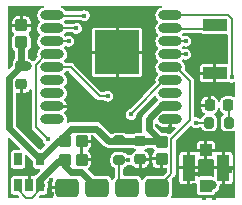
<source format=gbl>
%TF.GenerationSoftware,KiCad,Pcbnew,(5.99.0-6613-ge739d5ba65)*%
%TF.CreationDate,2020-11-19T23:40:31+01:00*%
%TF.ProjectId,min_sx1280,6d696e5f-7378-4313-9238-302e6b696361,rev?*%
%TF.SameCoordinates,PX5f31df8PY89d6220*%
%TF.FileFunction,Copper,L2,Bot*%
%TF.FilePolarity,Positive*%
%FSLAX46Y46*%
G04 Gerber Fmt 4.6, Leading zero omitted, Abs format (unit mm)*
G04 Created by KiCad (PCBNEW (5.99.0-6613-ge739d5ba65)) date 2020-11-19 23:40:31*
%MOMM*%
%LPD*%
G01*
G04 APERTURE LIST*
G04 Aperture macros list*
%AMRoundRect*
0 Rectangle with rounded corners*
0 $1 Rounding radius*
0 $2 $3 $4 $5 $6 $7 $8 $9 X,Y pos of 4 corners*
0 Add a 4 corners polygon primitive as box body*
4,1,4,$2,$3,$4,$5,$6,$7,$8,$9,$2,$3,0*
0 Add four circle primitives for the rounded corners*
1,1,$1+$1,$2,$3,0*
1,1,$1+$1,$4,$5,0*
1,1,$1+$1,$6,$7,0*
1,1,$1+$1,$8,$9,0*
0 Add four rect primitives between the rounded corners*
20,1,$1+$1,$2,$3,$4,$5,0*
20,1,$1+$1,$4,$5,$6,$7,0*
20,1,$1+$1,$6,$7,$8,$9,0*
20,1,$1+$1,$8,$9,$2,$3,0*%
G04 Aperture macros list end*
%TA.AperFunction,SMDPad,CuDef*%
%ADD10RoundRect,0.250000X-0.275000X0.287500X-0.275000X-0.287500X0.275000X-0.287500X0.275000X0.287500X0*%
%TD*%
%TA.AperFunction,SMDPad,CuDef*%
%ADD11RoundRect,0.200000X-0.200000X-0.275000X0.200000X-0.275000X0.200000X0.275000X-0.200000X0.275000X0*%
%TD*%
%TA.AperFunction,SMDPad,CuDef*%
%ADD12RoundRect,0.218750X-0.218750X-0.256250X0.218750X-0.256250X0.218750X0.256250X-0.218750X0.256250X0*%
%TD*%
%TA.AperFunction,SMDPad,CuDef*%
%ADD13RoundRect,0.250000X0.275000X-0.287500X0.275000X0.287500X-0.275000X0.287500X-0.275000X-0.287500X0*%
%TD*%
%TA.AperFunction,SMDPad,CuDef*%
%ADD14R,2.000000X1.000000*%
%TD*%
%TA.AperFunction,SMDPad,CuDef*%
%ADD15RoundRect,0.250000X-0.287500X-0.275000X0.287500X-0.275000X0.287500X0.275000X-0.287500X0.275000X0*%
%TD*%
%TA.AperFunction,SMDPad,CuDef*%
%ADD16RoundRect,0.200000X-0.275000X0.200000X-0.275000X-0.200000X0.275000X-0.200000X0.275000X0.200000X0*%
%TD*%
%TA.AperFunction,SMDPad,CuDef*%
%ADD17RoundRect,0.225000X-0.250000X0.225000X-0.250000X-0.225000X0.250000X-0.225000X0.250000X0.225000X0*%
%TD*%
%TA.AperFunction,SMDPad,CuDef*%
%ADD18RoundRect,0.300228X-0.699772X-0.461772X0.699772X-0.461772X0.699772X0.461772X-0.699772X0.461772X0*%
%TD*%
%TA.AperFunction,SMDPad,CuDef*%
%ADD19R,0.650000X1.060000*%
%TD*%
%TA.AperFunction,SMDPad,CuDef*%
%ADD20O,2.000000X0.800000*%
%TD*%
%TA.AperFunction,SMDPad,CuDef*%
%ADD21R,3.700000X3.700000*%
%TD*%
%TA.AperFunction,SMDPad,CuDef*%
%ADD22R,1.000000X1.050000*%
%TD*%
%TA.AperFunction,SMDPad,CuDef*%
%ADD23R,1.050000X2.200000*%
%TD*%
%TA.AperFunction,ViaPad*%
%ADD24C,0.400000*%
%TD*%
%TA.AperFunction,ViaPad*%
%ADD25C,0.800000*%
%TD*%
%TA.AperFunction,Conductor*%
%ADD26C,0.400000*%
%TD*%
%TA.AperFunction,Conductor*%
%ADD27C,0.600000*%
%TD*%
%TA.AperFunction,Conductor*%
%ADD28C,0.200000*%
%TD*%
G04 APERTURE END LIST*
D10*
%TO.P,C5,1*%
%TO.N,+3V3*%
X13306000Y4969500D03*
%TO.P,C5,2*%
%TO.N,GND*%
X13306000Y3544500D03*
%TD*%
D11*
%TO.P,R4,1*%
%TO.N,/IO16*%
X17331000Y6607000D03*
%TO.P,R4,2*%
%TO.N,Net-(D1-Pad2)*%
X18981000Y6607000D03*
%TD*%
D12*
%TO.P,D1,1,K*%
%TO.N,GND*%
X17368500Y8107000D03*
%TO.P,D1,2,A*%
%TO.N,Net-(D1-Pad2)*%
X18943500Y8107000D03*
%TD*%
D13*
%TO.P,C6,1*%
%TO.N,+3V3*%
X1431000Y13419500D03*
%TO.P,C6,2*%
%TO.N,GND*%
X1431000Y14844500D03*
%TD*%
D14*
%TO.P,SW1,1,A*%
%TO.N,/BOOT*%
X17806000Y14907000D03*
%TO.P,SW1,2,B*%
%TO.N,GND*%
X17806000Y10807000D03*
%TD*%
D15*
%TO.P,C1,1*%
%TO.N,+5V*%
X5093500Y3457000D03*
%TO.P,C1,2*%
%TO.N,GND*%
X6518500Y3457000D03*
%TD*%
%TO.P,C2,1*%
%TO.N,+3V3*%
X5093500Y5032000D03*
%TO.P,C2,2*%
%TO.N,GND*%
X6518500Y5032000D03*
%TD*%
D16*
%TO.P,R3,1*%
%TO.N,+3V3*%
X9706000Y5107000D03*
%TO.P,R3,2*%
%TO.N,/TX*%
X9706000Y3457000D03*
%TD*%
D17*
%TO.P,C3,1*%
%TO.N,+3V3*%
X11481000Y5057000D03*
%TO.P,C3,2*%
%TO.N,GND*%
X11481000Y3507000D03*
%TD*%
D18*
%TO.P,J1,1,Pin_1*%
%TO.N,/RX*%
X12921000Y1107000D03*
%TO.P,J1,2,Pin_2*%
%TO.N,/TX*%
X10381000Y1107000D03*
%TO.P,J1,3,Pin_3*%
%TO.N,+5V*%
X7841000Y1107000D03*
%TO.P,J1,4,Pin_4*%
%TO.N,GND*%
X5301000Y1107000D03*
%TD*%
D19*
%TO.P,U1,1,IN*%
%TO.N,+5V*%
X3031000Y1307000D03*
%TO.P,U1,2,GND*%
%TO.N,GND*%
X2081000Y1307000D03*
%TO.P,U1,3,EN*%
%TO.N,+5V*%
X1131000Y1307000D03*
%TO.P,U1,4*%
%TO.N,N/C*%
X1131000Y3507000D03*
%TO.P,U1,5,OUT*%
%TO.N,+3V3*%
X3031000Y3507000D03*
%TD*%
D17*
%TO.P,C4,1*%
%TO.N,+3V3*%
X1431000Y11407000D03*
%TO.P,C4,2*%
%TO.N,GND*%
X1431000Y9857000D03*
%TD*%
D20*
%TO.P,U2,1,ANT*%
%TO.N,Net-(U2-Pad1)*%
X4031000Y6907000D03*
%TO.P,U2,2,GND*%
%TO.N,GND*%
X4031000Y8007000D03*
%TO.P,U2,3,ADC*%
%TO.N,Net-(U2-Pad3)*%
X4031000Y9107000D03*
%TO.P,U2,4,EN*%
%TO.N,/EN*%
X4031000Y10207000D03*
%TO.P,U2,5,IO16*%
%TO.N,/IO16*%
X4031000Y11307000D03*
%TO.P,U2,6,IO14*%
%TO.N,/SCK*%
X4031000Y12407000D03*
%TO.P,U2,7,IO12*%
%TO.N,/MISO*%
X4031000Y13507000D03*
%TO.P,U2,8,IO13*%
%TO.N,/MOSI*%
X4031000Y14607000D03*
%TO.P,U2,9,IO15*%
%TO.N,/NSS*%
X4031000Y15707000D03*
%TO.P,U2,10,IO2*%
%TO.N,/NRESET*%
X14031000Y15707000D03*
%TO.P,U2,11,IO0*%
%TO.N,/BOOT*%
X14031000Y14607000D03*
%TO.P,U2,12,IO4*%
%TO.N,/DIO1*%
X14031000Y13507000D03*
%TO.P,U2,13,IO5*%
%TO.N,/BUSY*%
X14031000Y12407000D03*
%TO.P,U2,14,RX*%
%TO.N,/RX*%
X14031000Y11307000D03*
%TO.P,U2,15,TX*%
%TO.N,/TX*%
X14031000Y10207000D03*
%TO.P,U2,16,RST*%
%TO.N,/RST*%
X14031000Y9107000D03*
%TO.P,U2,17,3V3*%
%TO.N,+3V3*%
X14031000Y8007000D03*
%TO.P,U2,18,GND*%
%TO.N,GND*%
X14031000Y6907000D03*
D21*
%TO.P,U2,19,GND*%
X9531000Y12557000D03*
%TD*%
D22*
%TO.P,AE2,1,A*%
%TO.N,Net-(AE2-Pad1)*%
X17056000Y1282000D03*
D23*
%TO.P,AE2,2,Shield*%
%TO.N,GND*%
X15581000Y2782000D03*
X18531000Y2782000D03*
D22*
X17056000Y4282000D03*
%TD*%
D24*
%TO.N,GND*%
X3956000Y1732000D03*
X17031000Y2407000D03*
X7981000Y15507000D03*
X18181000Y2507000D03*
X16006000Y1357000D03*
X892000Y2407000D03*
X18631000Y12357000D03*
X7831000Y4207000D03*
X16856000Y257000D03*
X765000Y16182000D03*
X14031000Y6207000D03*
X16306000Y2232000D03*
X19106000Y2482000D03*
X1481000Y8532000D03*
X19307000Y982000D03*
X17706000Y257000D03*
X16206000Y9682000D03*
X16006000Y457000D03*
X12331000Y2457000D03*
X10456000Y15532000D03*
X4006000Y532000D03*
X18799000Y387000D03*
D25*
%TO.N,Net-(AE2-Pad1)*%
X17541625Y1302057D03*
%TO.N,+3V3*%
X1906000Y11382000D03*
D24*
%TO.N,/TX*%
X10706000Y7307000D03*
X10431000Y3457000D03*
%TO.N,/IO16*%
X16181000Y6607000D03*
X8756000Y8857000D03*
%TO.N,/BUSY*%
X15331000Y12407000D03*
%TO.N,/DIO1*%
X15356000Y13507000D03*
%TO.N,/NRESET*%
X19256000Y10457000D03*
%TO.N,/NSS*%
X6756000Y15682000D03*
%TO.N,/MOSI*%
X6081000Y14607000D03*
%TO.N,/MISO*%
X5456000Y13507000D03*
%TO.N,/SCK*%
X3681000Y5207000D03*
%TD*%
D26*
%TO.N,Net-(AE2-Pad1)*%
X17076057Y1302057D02*
X17056000Y1282000D01*
X17541625Y1302057D02*
X17076057Y1302057D01*
D27*
%TO.N,+5V*%
X3031000Y1807000D02*
X3031000Y1307000D01*
D28*
X3031000Y1307000D02*
X3031000Y977720D01*
D27*
X6516010Y2431990D02*
X5593510Y2431990D01*
X3031000Y1307000D02*
X3118500Y1307000D01*
D28*
X3031000Y977720D02*
X2310280Y257000D01*
X1131000Y977720D02*
X1131000Y1307000D01*
D27*
X5593510Y2431990D02*
X5093500Y2932000D01*
D28*
X2310280Y257000D02*
X1851720Y257000D01*
X1851720Y257000D02*
X1131000Y977720D01*
D27*
X5093500Y3457000D02*
X5068500Y3432000D01*
X7841000Y1107000D02*
X6516010Y2431990D01*
X5068500Y3432000D02*
X4656000Y3432000D01*
X4656000Y3432000D02*
X3031000Y1807000D01*
%TO.N,+3V3*%
X1431000Y11407000D02*
X1431000Y13419500D01*
X406000Y10382000D02*
X406000Y8432000D01*
X5093500Y5032000D02*
X5093500Y5557000D01*
X4556000Y5032000D02*
X5093500Y5032000D01*
X12206000Y6954806D02*
X13258194Y8007000D01*
X3031000Y3507000D02*
X4556000Y5032000D01*
X11481000Y5057000D02*
X13218500Y5057000D01*
X1881000Y11407000D02*
X1906000Y11382000D01*
X5643500Y6107000D02*
X7781000Y6107000D01*
X5093500Y5557000D02*
X5643500Y6107000D01*
X12206000Y6069500D02*
X12206000Y6954806D01*
X7781000Y6107000D02*
X8831000Y5057000D01*
X406000Y6132000D02*
X406000Y8432000D01*
X13258194Y8007000D02*
X14031000Y8007000D01*
X13306000Y4969500D02*
X12206000Y6069500D01*
X1431000Y11407000D02*
X1881000Y11407000D01*
X13218500Y5057000D02*
X13306000Y4969500D01*
X8831000Y5057000D02*
X11481000Y5057000D01*
X1431000Y11407000D02*
X406000Y10382000D01*
X3031000Y3507000D02*
X406000Y6132000D01*
D28*
%TO.N,Net-(D1-Pad2)*%
X18981000Y6607000D02*
X18981000Y8069500D01*
X18981000Y8069500D02*
X18943500Y8107000D01*
%TO.N,/TX*%
X9706000Y3457000D02*
X9706000Y1782000D01*
X13541037Y10207000D02*
X10841037Y7507000D01*
X14031000Y10207000D02*
X13541037Y10207000D01*
X9706000Y1782000D02*
X10381000Y1107000D01*
X10706000Y7371963D02*
X10706000Y7307000D01*
X10841037Y7507000D02*
X10706000Y7371963D01*
X10431000Y3457000D02*
X9706000Y3457000D01*
%TO.N,/RX*%
X14131010Y2317010D02*
X14131010Y5257010D01*
X14520963Y11307000D02*
X14031000Y11307000D01*
X15681000Y10146963D02*
X14520963Y11307000D01*
X14131010Y5257010D02*
X15681000Y6807000D01*
X15681000Y6807000D02*
X15681000Y10146963D01*
X14031000Y2217000D02*
X14131010Y2317010D01*
X12921000Y1107000D02*
X14031000Y2217000D01*
%TO.N,/IO16*%
X5606000Y11307000D02*
X8056000Y8857000D01*
X4031000Y11307000D02*
X5606000Y11307000D01*
X16181000Y6607000D02*
X17331000Y6607000D01*
X8056000Y8857000D02*
X8756000Y8857000D01*
%TO.N,/BOOT*%
X14081000Y14557000D02*
X17806000Y14557000D01*
X14031000Y14607000D02*
X14081000Y14557000D01*
%TO.N,/BUSY*%
X14031000Y12407000D02*
X15331000Y12407000D01*
%TO.N,/DIO1*%
X14031000Y13507000D02*
X15356000Y13507000D01*
%TO.N,/NRESET*%
X18231000Y15707000D02*
X18931000Y15707000D01*
X19256000Y15382000D02*
X19256000Y10457000D01*
X14031000Y15707000D02*
X18231000Y15707000D01*
X18931000Y15707000D02*
X19256000Y15382000D01*
%TO.N,/NSS*%
X4056000Y15682000D02*
X4031000Y15707000D01*
X6756000Y15682000D02*
X4056000Y15682000D01*
%TO.N,/MOSI*%
X6081000Y14607000D02*
X4031000Y14607000D01*
%TO.N,/MISO*%
X5456000Y13507000D02*
X4031000Y13507000D01*
%TO.N,/SCK*%
X3541037Y12407000D02*
X4031000Y12407000D01*
X2656000Y6232000D02*
X2656000Y11521963D01*
X2656000Y11521963D02*
X3541037Y12407000D01*
X3681000Y5207000D02*
X2656000Y6232000D01*
%TD*%
%TA.AperFunction,Conductor*%
%TO.N,GND*%
G36*
X18205460Y7858845D02*
G01*
X18256296Y7785836D01*
X18266203Y7716661D01*
X18322268Y7593352D01*
X18410689Y7490735D01*
X18416609Y7486898D01*
X18516570Y7422106D01*
X18555117Y7374590D01*
X18558372Y7313491D01*
X18522182Y7262519D01*
X18523004Y7261630D01*
X18422782Y7168986D01*
X18395096Y7121321D01*
X18362432Y7065084D01*
X18354233Y7050969D01*
X18352563Y7043763D01*
X18352562Y7043760D01*
X18328583Y6940307D01*
X18323415Y6918013D01*
X18323232Y6913346D01*
X18322144Y6885655D01*
X18322000Y6882000D01*
X18322000Y6332000D01*
X18333877Y6253000D01*
X18340332Y6210068D01*
X18342291Y6197035D01*
X18345492Y6190368D01*
X18345493Y6190366D01*
X18381418Y6115553D01*
X18401370Y6074004D01*
X18494014Y5973782D01*
X18529950Y5952909D01*
X18598928Y5912844D01*
X18612031Y5905233D01*
X18619240Y5903562D01*
X18663552Y5893291D01*
X18744987Y5874415D01*
X18762879Y5873712D01*
X18780046Y5873037D01*
X18780070Y5873037D01*
X18781000Y5873000D01*
X19181000Y5873000D01*
X19267928Y5886069D01*
X19308650Y5892191D01*
X19308652Y5892191D01*
X19315965Y5893291D01*
X19322632Y5896492D01*
X19322634Y5896493D01*
X19410145Y5938516D01*
X19470786Y5946661D01*
X19524633Y5917607D01*
X19552000Y5849272D01*
X19552000Y335446D01*
X19533093Y277255D01*
X19483593Y241291D01*
X19452876Y236446D01*
X17568149Y238826D01*
X14203879Y243074D01*
X14145712Y262055D01*
X14109811Y311600D01*
X14116083Y385747D01*
X14116362Y386140D01*
X14157904Y501527D01*
X14165758Y523341D01*
X14165758Y523343D01*
X14167780Y528958D01*
X14168501Y535813D01*
X14173351Y581969D01*
X14180000Y645228D01*
X14180000Y1568772D01*
X14174788Y1606819D01*
X14160315Y1712473D01*
X14160315Y1712474D01*
X14159399Y1719159D01*
X14156718Y1725355D01*
X14148394Y1744592D01*
X14142637Y1805505D01*
X14169249Y1853912D01*
X14221122Y1905784D01*
X14347145Y2031807D01*
X14363438Y2044967D01*
X14372957Y2051113D01*
X14393574Y2077265D01*
X14397398Y2081568D01*
X14397390Y2081575D01*
X14400037Y2084699D01*
X14402920Y2087582D01*
X14405290Y2090899D01*
X14405297Y2090907D01*
X14413321Y2102136D01*
X14416122Y2105867D01*
X14440977Y2137395D01*
X14440977Y2137396D01*
X14446042Y2143820D01*
X14448605Y2151117D01*
X14449355Y2152561D01*
X14453850Y2158852D01*
X14467699Y2205158D01*
X14469138Y2209585D01*
X14483094Y2249324D01*
X14483095Y2249330D01*
X14485157Y2255201D01*
X14485510Y2259277D01*
X14485510Y2261417D01*
X14485602Y2263550D01*
X14485777Y2263542D01*
X14485941Y2266155D01*
X14487675Y2271952D01*
X14485586Y2325116D01*
X14485510Y2329003D01*
X14485510Y2646758D01*
X14797000Y2646758D01*
X14797000Y1686858D01*
X14797948Y1677236D01*
X14814813Y1592447D01*
X14822132Y1574778D01*
X14867440Y1506969D01*
X14880969Y1493440D01*
X14948778Y1448132D01*
X14966447Y1440813D01*
X15051236Y1423948D01*
X15060858Y1423000D01*
X15438320Y1423000D01*
X15442598Y1424390D01*
X15449879Y1438680D01*
X15707999Y1438680D01*
X15712121Y1425995D01*
X15716242Y1423000D01*
X16101142Y1423000D01*
X16110764Y1423948D01*
X16178686Y1437458D01*
X16239447Y1430266D01*
X16284377Y1388733D01*
X16297000Y1340360D01*
X16297000Y757000D01*
X16316715Y657885D01*
X16345252Y615177D01*
X16359496Y593859D01*
X16372859Y573859D01*
X16456885Y517715D01*
X16556000Y498000D01*
X17556000Y498000D01*
X17655115Y517715D01*
X17739141Y573859D01*
X17748884Y588440D01*
X17789869Y649779D01*
X17789869Y649780D01*
X17795285Y657885D01*
X17797187Y667447D01*
X17798864Y671495D01*
X17848175Y723187D01*
X17889369Y742572D01*
X17895003Y745223D01*
X17933415Y777000D01*
X18017583Y846629D01*
X18017585Y846632D01*
X18022380Y850598D01*
X18119549Y984340D01*
X18180406Y1138046D01*
X18201125Y1302057D01*
X18199921Y1311592D01*
X18200344Y1313812D01*
X18200344Y1314464D01*
X18200468Y1314464D01*
X18211383Y1371691D01*
X18255984Y1413576D01*
X18298139Y1423000D01*
X18388320Y1423000D01*
X18392598Y1424390D01*
X18399879Y1438680D01*
X18657999Y1438680D01*
X18662121Y1425995D01*
X18666242Y1423000D01*
X19051142Y1423000D01*
X19060764Y1423948D01*
X19145553Y1440813D01*
X19163222Y1448132D01*
X19231031Y1493440D01*
X19244560Y1506969D01*
X19289868Y1574778D01*
X19297187Y1592447D01*
X19314052Y1677236D01*
X19315000Y1686858D01*
X19315000Y2639320D01*
X19313610Y2643598D01*
X19291232Y2655000D01*
X18673680Y2655001D01*
X18660995Y2650879D01*
X18658000Y2646758D01*
X18657999Y1438680D01*
X18399879Y1438680D01*
X18404000Y1446768D01*
X18404001Y2639320D01*
X18402611Y2643598D01*
X18380233Y2655000D01*
X17762680Y2655001D01*
X17749995Y2650879D01*
X17747000Y2646758D01*
X17747000Y2148640D01*
X17728093Y2090449D01*
X17678593Y2054485D01*
X17628686Y2051542D01*
X17556000Y2066000D01*
X16556000Y2066000D01*
X16483314Y2051542D01*
X16422553Y2058734D01*
X16377623Y2100267D01*
X16365000Y2148640D01*
X16365000Y2639320D01*
X16363610Y2643598D01*
X16341232Y2655000D01*
X15723680Y2655001D01*
X15710995Y2650879D01*
X15708000Y2646758D01*
X15707999Y1438680D01*
X15449879Y1438680D01*
X15454000Y1446768D01*
X15454001Y2639320D01*
X15452611Y2643598D01*
X15430233Y2655000D01*
X14812680Y2655001D01*
X14799995Y2650879D01*
X14797000Y2646758D01*
X14485510Y2646758D01*
X14485510Y3877142D01*
X14797000Y3877142D01*
X14797000Y2924680D01*
X14798390Y2920402D01*
X14820768Y2909000D01*
X15438320Y2908999D01*
X15451005Y2913121D01*
X15454000Y2917242D01*
X15454000Y2924680D01*
X15707999Y2924680D01*
X15709389Y2920402D01*
X15731767Y2909000D01*
X16349320Y2908999D01*
X16362005Y2913121D01*
X16365000Y2917242D01*
X16365000Y3415360D01*
X16383907Y3473551D01*
X16433407Y3509515D01*
X16483314Y3512458D01*
X16551236Y3498948D01*
X16560858Y3498000D01*
X16913320Y3498000D01*
X16917598Y3499390D01*
X16924879Y3513680D01*
X17182999Y3513680D01*
X17187121Y3500995D01*
X17191242Y3498000D01*
X17551142Y3498000D01*
X17560764Y3498948D01*
X17628686Y3512458D01*
X17689447Y3505266D01*
X17734377Y3463733D01*
X17747000Y3415360D01*
X17747000Y2924680D01*
X17748390Y2920402D01*
X17770768Y2909000D01*
X18388320Y2908999D01*
X18401005Y2913121D01*
X18404000Y2917242D01*
X18404000Y2924680D01*
X18657999Y2924680D01*
X18659389Y2920402D01*
X18681767Y2909000D01*
X19299320Y2908999D01*
X19312005Y2913121D01*
X19315000Y2917242D01*
X19315000Y3877142D01*
X19314052Y3886764D01*
X19297187Y3971553D01*
X19289868Y3989222D01*
X19244560Y4057031D01*
X19231031Y4070560D01*
X19163222Y4115868D01*
X19145553Y4123187D01*
X19060764Y4140052D01*
X19051142Y4141000D01*
X18673680Y4141000D01*
X18669402Y4139610D01*
X18658000Y4117232D01*
X18657999Y2924680D01*
X18404000Y2924680D01*
X18404001Y4125320D01*
X18399879Y4138005D01*
X18395758Y4141000D01*
X18010858Y4141000D01*
X18001236Y4140052D01*
X17906885Y4121285D01*
X17905742Y4127031D01*
X17841154Y4129563D01*
X17791231Y4155000D01*
X17198680Y4155001D01*
X17185995Y4150879D01*
X17183000Y4146758D01*
X17182999Y3513680D01*
X16924879Y3513680D01*
X16929000Y3521768D01*
X16929001Y4139320D01*
X16927611Y4143598D01*
X16905233Y4155000D01*
X16312680Y4155001D01*
X16289884Y4147594D01*
X16256744Y4123516D01*
X16205956Y4125513D01*
X16205115Y4121285D01*
X16110764Y4140052D01*
X16101142Y4141000D01*
X15723680Y4141000D01*
X15719402Y4139610D01*
X15708000Y4117232D01*
X15707999Y2924680D01*
X15454000Y2924680D01*
X15454001Y4125320D01*
X15449879Y4138005D01*
X15445758Y4141000D01*
X15060858Y4141000D01*
X15051236Y4140052D01*
X14966447Y4123187D01*
X14948778Y4115868D01*
X14880969Y4070560D01*
X14867440Y4057031D01*
X14822132Y3989222D01*
X14814813Y3971553D01*
X14797948Y3886764D01*
X14797000Y3877142D01*
X14485510Y3877142D01*
X14485510Y4802142D01*
X16297000Y4802142D01*
X16297000Y4424680D01*
X16298390Y4420402D01*
X16320768Y4409000D01*
X16913320Y4408999D01*
X16926005Y4413121D01*
X16929000Y4417242D01*
X16929000Y4424680D01*
X17182999Y4424680D01*
X17184389Y4420402D01*
X17206767Y4409000D01*
X17799320Y4408999D01*
X17812005Y4413121D01*
X17815000Y4417242D01*
X17815000Y4802142D01*
X17814052Y4811764D01*
X17797187Y4896553D01*
X17789868Y4914222D01*
X17744560Y4982031D01*
X17731031Y4995560D01*
X17663222Y5040868D01*
X17645553Y5048187D01*
X17560764Y5065052D01*
X17551142Y5066000D01*
X17198680Y5066000D01*
X17194402Y5064610D01*
X17183000Y5042232D01*
X17182999Y4424680D01*
X16929000Y4424680D01*
X16929001Y5050320D01*
X16924879Y5063005D01*
X16920758Y5066000D01*
X16560858Y5066000D01*
X16551236Y5065052D01*
X16466447Y5048187D01*
X16448778Y5040868D01*
X16380969Y4995560D01*
X16367440Y4982031D01*
X16322132Y4914222D01*
X16314813Y4896553D01*
X16297948Y4811764D01*
X16297000Y4802142D01*
X14485510Y4802142D01*
X14485510Y5069165D01*
X14514506Y5139169D01*
X15688529Y6313191D01*
X15743046Y6340968D01*
X15803478Y6331397D01*
X15830161Y6307660D01*
X15832048Y6309377D01*
X15837031Y6303901D01*
X15841140Y6297751D01*
X15947095Y6211489D01*
X16073732Y6160196D01*
X16081104Y6159558D01*
X16081106Y6159557D01*
X16135228Y6154870D01*
X16209852Y6148407D01*
X16217083Y6149964D01*
X16217086Y6149964D01*
X16336187Y6175605D01*
X16336189Y6175606D01*
X16343422Y6177163D01*
X16455404Y6239877D01*
X16503779Y6252500D01*
X16603374Y6252500D01*
X16661565Y6233593D01*
X16692618Y6196354D01*
X16729790Y6118945D01*
X16751370Y6074004D01*
X16844014Y5973782D01*
X16879950Y5952909D01*
X16948928Y5912844D01*
X16962031Y5905233D01*
X16969240Y5903562D01*
X17013552Y5893291D01*
X17094987Y5874415D01*
X17112879Y5873712D01*
X17130046Y5873037D01*
X17130070Y5873037D01*
X17131000Y5873000D01*
X17531000Y5873000D01*
X17617928Y5886069D01*
X17658650Y5892191D01*
X17658652Y5892191D01*
X17665965Y5893291D01*
X17672632Y5896492D01*
X17672634Y5896493D01*
X17782328Y5949168D01*
X17788996Y5952370D01*
X17889218Y6045014D01*
X17938050Y6129086D01*
X17954051Y6156633D01*
X17954051Y6156634D01*
X17957767Y6163031D01*
X17975579Y6239877D01*
X17987530Y6291435D01*
X17987530Y6291436D01*
X17988585Y6295987D01*
X17989288Y6313879D01*
X17989963Y6331046D01*
X17989963Y6331070D01*
X17990000Y6332000D01*
X17990000Y6882000D01*
X17969709Y7016965D01*
X17965998Y7024695D01*
X17913832Y7133328D01*
X17910630Y7139996D01*
X17817986Y7240218D01*
X17794639Y7253779D01*
X17753817Y7299356D01*
X17747581Y7360223D01*
X17803387Y7429508D01*
X17838224Y7445347D01*
X17849994Y7452875D01*
X17941921Y7532084D01*
X17951102Y7542609D01*
X18017103Y7644436D01*
X18022962Y7657116D01*
X18058215Y7774994D01*
X18060938Y7789758D01*
X18090087Y7843554D01*
X18145289Y7869943D01*
X18205460Y7858845D01*
G37*
%TD.AperFunction*%
%TA.AperFunction,Conductor*%
G36*
X4060620Y1955696D02*
G01*
X4103885Y1912431D01*
X4113456Y1851999D01*
X4105491Y1827913D01*
X4105638Y1827860D01*
X4103619Y1822253D01*
X4103411Y1821623D01*
X4103352Y1821509D01*
X4056242Y1690659D01*
X4053596Y1679106D01*
X4042270Y1571337D01*
X4042000Y1566191D01*
X4042000Y1249680D01*
X4043390Y1245402D01*
X4065768Y1234000D01*
X5329000Y1234000D01*
X5387191Y1215093D01*
X5428000Y1135000D01*
X5428000Y1079000D01*
X5409093Y1020809D01*
X5329000Y980000D01*
X4057680Y980000D01*
X4053402Y978610D01*
X4042000Y956232D01*
X4042000Y648603D01*
X4042458Y641884D01*
X4061685Y501527D01*
X4065281Y488648D01*
X4106128Y394255D01*
X4111886Y333341D01*
X4080740Y280677D01*
X4015145Y255938D01*
X3050655Y257156D01*
X2992488Y276137D01*
X2956587Y325682D01*
X2956664Y386868D01*
X2980776Y426158D01*
X3043622Y489004D01*
X3113625Y518000D01*
X3356000Y518000D01*
X3455115Y537715D01*
X3539141Y593859D01*
X3595285Y677885D01*
X3615000Y777000D01*
X3615000Y1032366D01*
X3620853Y1065901D01*
X3661931Y1180000D01*
X3665774Y1190673D01*
X3667568Y1215093D01*
X3676402Y1335398D01*
X3676402Y1335401D01*
X3676896Y1342131D01*
X3646879Y1491001D01*
X3629680Y1524756D01*
X3620109Y1585188D01*
X3647886Y1639705D01*
X3945671Y1937490D01*
X4000188Y1965267D01*
X4060620Y1955696D01*
G37*
%TD.AperFunction*%
%TA.AperFunction,Conductor*%
G36*
X429004Y5324815D02*
G01*
X1288814Y4465004D01*
X1316591Y4410487D01*
X1307020Y4350055D01*
X1263755Y4306790D01*
X1218810Y4296000D01*
X806000Y4296000D01*
X706885Y4276285D01*
X622859Y4220141D01*
X566715Y4136115D01*
X547000Y4037000D01*
X547000Y2977000D01*
X566715Y2877885D01*
X622859Y2793859D01*
X706885Y2737715D01*
X806000Y2718000D01*
X1456000Y2718000D01*
X1555115Y2737715D01*
X1639141Y2793859D01*
X1695285Y2877885D01*
X1715000Y2977000D01*
X1715000Y3799811D01*
X1733907Y3858002D01*
X1783407Y3893966D01*
X1844593Y3893966D01*
X1884003Y3869815D01*
X2418004Y3335814D01*
X2447000Y3265810D01*
X2447000Y2977000D01*
X2466715Y2877885D01*
X2522859Y2793859D01*
X2606885Y2737715D01*
X2706000Y2718000D01*
X2918811Y2718000D01*
X2977002Y2699093D01*
X3012966Y2649593D01*
X3012966Y2588407D01*
X2988815Y2548996D01*
X2645610Y2205791D01*
X2642617Y2202921D01*
X2599898Y2163639D01*
X2577433Y2127406D01*
X2530702Y2087915D01*
X2473981Y2082478D01*
X2410764Y2095052D01*
X2401142Y2096000D01*
X2223680Y2096000D01*
X2219402Y2094610D01*
X2208000Y2072232D01*
X2207999Y1279000D01*
X2189092Y1220809D01*
X2139592Y1184845D01*
X2108997Y1180000D01*
X2052998Y1180001D01*
X1994808Y1198909D01*
X1954000Y1279001D01*
X1954001Y2080320D01*
X1949879Y2093005D01*
X1945758Y2096000D01*
X1760858Y2096000D01*
X1751236Y2095052D01*
X1666445Y2078187D01*
X1643885Y2068842D01*
X1568115Y2068842D01*
X1563219Y2070870D01*
X1555115Y2076285D01*
X1545557Y2078186D01*
X1545555Y2078187D01*
X1501799Y2086890D01*
X1456000Y2096000D01*
X806000Y2096000D01*
X706885Y2076285D01*
X698778Y2070868D01*
X640319Y2031807D01*
X622859Y2020141D01*
X566715Y1936115D01*
X547000Y1837000D01*
X547000Y777000D01*
X566715Y677885D01*
X622859Y593859D01*
X706885Y537715D01*
X806000Y518000D01*
X1048376Y518000D01*
X1118380Y489003D01*
X1178772Y428610D01*
X1206549Y374093D01*
X1196977Y313661D01*
X1153712Y270397D01*
X1108644Y259607D01*
X358875Y260554D01*
X300708Y279535D01*
X260000Y359554D01*
X260000Y5254811D01*
X278907Y5313002D01*
X328407Y5348966D01*
X389593Y5348966D01*
X429004Y5324815D01*
G37*
%TD.AperFunction*%
%TA.AperFunction,Conductor*%
G36*
X12553570Y4483593D02*
G01*
X12585500Y4444478D01*
X12602192Y4407767D01*
X12653690Y4348000D01*
X12676104Y4321987D01*
X12699765Y4265561D01*
X12665729Y4182366D01*
X12652782Y4171210D01*
X12643600Y4160684D01*
X12572780Y4051422D01*
X12566921Y4038742D01*
X12529127Y3912368D01*
X12527195Y3901894D01*
X12522136Y3833823D01*
X12522000Y3830167D01*
X12522000Y3687180D01*
X12523390Y3682902D01*
X12545768Y3671500D01*
X13178999Y3671499D01*
X13179005Y3671500D01*
X13334001Y3671499D01*
X13392191Y3652591D01*
X13433000Y3572499D01*
X13432999Y2763680D01*
X13437121Y2750995D01*
X13441242Y2748000D01*
X13577472Y2748000D01*
X13584494Y2748500D01*
X13663476Y2759811D01*
X13723759Y2749344D01*
X13766377Y2705442D01*
X13776510Y2661811D01*
X13776510Y2504856D01*
X13747514Y2434852D01*
X13469658Y2156996D01*
X13399654Y2128000D01*
X12221228Y2128000D01*
X12217885Y2127542D01*
X12217884Y2127542D01*
X12077527Y2108315D01*
X12077526Y2108315D01*
X12070841Y2107399D01*
X11931533Y2047116D01*
X11813568Y1951590D01*
X11809660Y1946091D01*
X11732149Y1837022D01*
X11683028Y1800542D01*
X11621846Y1799901D01*
X11568161Y1848239D01*
X11565292Y1846502D01*
X11561795Y1852277D01*
X11559116Y1858467D01*
X11463590Y1976432D01*
X11451560Y1984981D01*
X11345358Y2060455D01*
X11345357Y2060456D01*
X11339860Y2064362D01*
X11333515Y2066646D01*
X11333512Y2066648D01*
X11202659Y2113758D01*
X11202657Y2113758D01*
X11197042Y2115780D01*
X11191107Y2116404D01*
X11191106Y2116404D01*
X11166262Y2119015D01*
X11080772Y2128000D01*
X10159500Y2128000D01*
X10101309Y2146907D01*
X10060500Y2227000D01*
X10060500Y2729374D01*
X10079407Y2787565D01*
X10116645Y2818618D01*
X10232327Y2874168D01*
X10238995Y2877370D01*
X10339217Y2970014D01*
X10340009Y2969157D01*
X10385054Y2998744D01*
X10419716Y3001883D01*
X10432237Y3000799D01*
X10459852Y2998407D01*
X10467083Y2999964D01*
X10467086Y2999964D01*
X10586187Y3025605D01*
X10586189Y3025606D01*
X10593422Y3027163D01*
X10680526Y3075944D01*
X10740534Y3087881D01*
X10796100Y3062266D01*
X10819020Y3030546D01*
X10820333Y3027659D01*
X10827860Y3015890D01*
X10908225Y2922620D01*
X10918749Y2913439D01*
X11022063Y2846475D01*
X11034747Y2840615D01*
X11154327Y2804852D01*
X11164801Y2802920D01*
X11229177Y2798136D01*
X11232832Y2798000D01*
X11338320Y2798000D01*
X11342598Y2799390D01*
X11349879Y2813680D01*
X11607999Y2813680D01*
X11612121Y2800995D01*
X11616242Y2798000D01*
X11727472Y2798000D01*
X11734492Y2798500D01*
X11859858Y2816454D01*
X11873264Y2820374D01*
X11985340Y2871332D01*
X11997110Y2878860D01*
X12090380Y2959225D01*
X12099561Y2969749D01*
X12166527Y3073067D01*
X12172384Y3085742D01*
X12208147Y3205322D01*
X12210081Y3215808D01*
X12214864Y3280174D01*
X12215000Y3283834D01*
X12215000Y3364320D01*
X12213610Y3368598D01*
X12191232Y3380000D01*
X11623680Y3380001D01*
X11619402Y3378611D01*
X11608000Y3356233D01*
X11607999Y2813680D01*
X11349879Y2813680D01*
X11354000Y2821768D01*
X11354001Y3380001D01*
X11354000Y3380005D01*
X11354000Y3409258D01*
X12522000Y3409258D01*
X12522000Y3260528D01*
X12522500Y3253509D01*
X12541459Y3121126D01*
X12545379Y3107720D01*
X12599271Y2989191D01*
X12606799Y2977421D01*
X12691791Y2878781D01*
X12702316Y2869600D01*
X12811578Y2798780D01*
X12824258Y2792921D01*
X12950632Y2755127D01*
X12961106Y2753195D01*
X13029177Y2748136D01*
X13032832Y2748000D01*
X13163320Y2748000D01*
X13167598Y2749390D01*
X13179000Y2771768D01*
X13179001Y3401820D01*
X13177611Y3406098D01*
X13155233Y3417500D01*
X12537680Y3417501D01*
X12524995Y3413379D01*
X12522000Y3409258D01*
X11354000Y3409258D01*
X11354001Y3535001D01*
X11372909Y3593191D01*
X11453001Y3634000D01*
X12199320Y3633999D01*
X12212005Y3638121D01*
X12215000Y3642242D01*
X12215000Y3728472D01*
X12214500Y3735492D01*
X12196546Y3860858D01*
X12192626Y3874264D01*
X12141668Y3986340D01*
X12134140Y3998110D01*
X12053775Y4091380D01*
X12043251Y4100561D01*
X11939937Y4167525D01*
X11927254Y4173385D01*
X11886347Y4185619D01*
X11836014Y4220407D01*
X11815741Y4278137D01*
X11833273Y4336756D01*
X11873737Y4370589D01*
X11977552Y4417791D01*
X11985340Y4421332D01*
X11985341Y4421333D01*
X11991764Y4424253D01*
X12054720Y4478499D01*
X12119343Y4502500D01*
X12495379Y4502500D01*
X12553570Y4483593D01*
G37*
%TD.AperFunction*%
%TA.AperFunction,Conductor*%
G36*
X7580315Y5523504D02*
G01*
X8432209Y4671610D01*
X8435079Y4668617D01*
X8474361Y4625898D01*
X8507431Y4605394D01*
X8512722Y4602113D01*
X8520406Y4596831D01*
X8538907Y4582788D01*
X8556339Y4569557D01*
X8568250Y4564841D01*
X8572725Y4563069D01*
X8588443Y4555164D01*
X8603431Y4545871D01*
X8631977Y4537578D01*
X8646768Y4533281D01*
X8655586Y4530262D01*
X8697540Y4513651D01*
X8715065Y4511809D01*
X8732338Y4508420D01*
X8744287Y4504948D01*
X8744294Y4504947D01*
X8749267Y4503502D01*
X8754439Y4503122D01*
X8754440Y4503122D01*
X8761111Y4502632D01*
X8761118Y4502632D01*
X8762912Y4502500D01*
X8798446Y4502500D01*
X8808794Y4501958D01*
X8848574Y4497777D01*
X8868304Y4501114D01*
X8884814Y4502500D01*
X9197031Y4502500D01*
X9246755Y4489107D01*
X9262031Y4480234D01*
X9394987Y4449415D01*
X9412879Y4448712D01*
X9430046Y4448037D01*
X9430070Y4448037D01*
X9431000Y4448000D01*
X9980999Y4448000D01*
X10115964Y4468291D01*
X10166888Y4492745D01*
X10209741Y4502500D01*
X10837101Y4502500D01*
X10899847Y4473744D01*
X10902911Y4477256D01*
X10908226Y4472619D01*
X10912830Y4467276D01*
X10918747Y4463441D01*
X10918749Y4463439D01*
X11022063Y4396475D01*
X11022065Y4396474D01*
X11027985Y4392637D01*
X11034746Y4390615D01*
X11075653Y4378381D01*
X11125986Y4343593D01*
X11146259Y4285863D01*
X11128727Y4227244D01*
X11088262Y4193410D01*
X10976660Y4142668D01*
X10964890Y4135140D01*
X10871620Y4054775D01*
X10862439Y4044251D01*
X10795473Y3940933D01*
X10789617Y3928259D01*
X10786339Y3917300D01*
X10751550Y3866967D01*
X10693820Y3846695D01*
X10641765Y3860062D01*
X10606553Y3880515D01*
X10606551Y3880516D01*
X10600153Y3884232D01*
X10467052Y3915084D01*
X10421447Y3911855D01*
X10414510Y3911364D01*
X10334820Y3942916D01*
X10332431Y3945501D01*
X10267986Y4015217D01*
X10149969Y4083766D01*
X10017013Y4114585D01*
X9999121Y4115288D01*
X9981954Y4115963D01*
X9981930Y4115963D01*
X9981000Y4116000D01*
X9431001Y4116000D01*
X9344073Y4102931D01*
X9303351Y4096809D01*
X9303349Y4096809D01*
X9296036Y4095709D01*
X9289369Y4092508D01*
X9289367Y4092507D01*
X9183696Y4041764D01*
X9173005Y4036630D01*
X9072783Y3943986D01*
X9004234Y3825969D01*
X8973415Y3693013D01*
X8972000Y3657000D01*
X8972000Y3257001D01*
X8992291Y3122036D01*
X8995492Y3115369D01*
X8995493Y3115367D01*
X9020992Y3062266D01*
X9051370Y2999005D01*
X9144014Y2898783D01*
X9179993Y2877885D01*
X9255631Y2833951D01*
X9255633Y2833950D01*
X9262031Y2830234D01*
X9269240Y2828563D01*
X9274857Y2827261D01*
X9327274Y2795701D01*
X9351500Y2730818D01*
X9351501Y2061919D01*
X9314803Y1984982D01*
X9273568Y1951590D01*
X9269660Y1946091D01*
X9192149Y1837022D01*
X9143028Y1800542D01*
X9081846Y1799901D01*
X9028161Y1848239D01*
X9025292Y1846502D01*
X9021795Y1852277D01*
X9019116Y1858467D01*
X8923590Y1976432D01*
X8911560Y1984981D01*
X8805358Y2060455D01*
X8805357Y2060456D01*
X8799860Y2064362D01*
X8793515Y2066646D01*
X8793512Y2066648D01*
X8662659Y2113758D01*
X8662657Y2113758D01*
X8657042Y2115780D01*
X8651107Y2116404D01*
X8651106Y2116404D01*
X8626262Y2119015D01*
X8540772Y2128000D01*
X7645190Y2128000D01*
X7575186Y2156996D01*
X7101249Y2630933D01*
X7073472Y2685450D01*
X7083043Y2745882D01*
X7106630Y2775936D01*
X7184220Y2842791D01*
X7193401Y2853316D01*
X7264221Y2962578D01*
X7270080Y2975258D01*
X7307871Y3101623D01*
X7309807Y3112115D01*
X7314864Y3180175D01*
X7315000Y3183834D01*
X7315000Y3314320D01*
X7313610Y3318598D01*
X7291232Y3330000D01*
X6490500Y3330000D01*
X6432309Y3348907D01*
X6391500Y3429000D01*
X6391500Y4241000D01*
X6397029Y4241000D01*
X6639420Y4241000D01*
X6645500Y4241000D01*
X6645500Y3599680D01*
X6646890Y3595402D01*
X6669268Y3584000D01*
X7299320Y3584000D01*
X7303598Y3585390D01*
X7315000Y3607768D01*
X7315000Y3728473D01*
X7314500Y3735492D01*
X7295541Y3867875D01*
X7291621Y3881281D01*
X7237729Y3999810D01*
X7230201Y4011580D01*
X7145209Y4110220D01*
X7134684Y4119401D01*
X7073608Y4158989D01*
X7035061Y4206505D01*
X7031806Y4267604D01*
X7074117Y4325467D01*
X7085578Y4332796D01*
X7184220Y4417791D01*
X7193401Y4428316D01*
X7264221Y4537578D01*
X7270080Y4550258D01*
X7307871Y4676623D01*
X7309807Y4687115D01*
X7314864Y4755175D01*
X7315000Y4758834D01*
X7315000Y4889320D01*
X7313610Y4893598D01*
X7291232Y4905000D01*
X6661180Y4905000D01*
X6656902Y4903610D01*
X6645500Y4881232D01*
X6645500Y4248000D01*
X6639971Y4248000D01*
X6639420Y4241000D01*
X6397029Y4241000D01*
X6397580Y4248000D01*
X6391500Y4248000D01*
X6391500Y5060000D01*
X6410407Y5118191D01*
X6490500Y5159000D01*
X7299320Y5159000D01*
X7303598Y5160390D01*
X7315000Y5182768D01*
X7315000Y5303473D01*
X7314500Y5310495D01*
X7296030Y5439466D01*
X7306497Y5499749D01*
X7350399Y5542367D01*
X7394030Y5552500D01*
X7510311Y5552500D01*
X7580315Y5523504D01*
G37*
%TD.AperFunction*%
%TA.AperFunction,Conductor*%
G36*
X1459002Y9983999D02*
G01*
X1517192Y9965091D01*
X1558000Y9884999D01*
X1557999Y9163680D01*
X1562121Y9150995D01*
X1566242Y9148000D01*
X1677472Y9148000D01*
X1684492Y9148500D01*
X1809858Y9166454D01*
X1823264Y9170374D01*
X1935340Y9221332D01*
X1947110Y9228860D01*
X2040380Y9309225D01*
X2049562Y9319751D01*
X2119426Y9427538D01*
X2166942Y9466084D01*
X2228041Y9469340D01*
X2279384Y9436061D01*
X2301501Y9373692D01*
X2301500Y7809478D01*
X2301500Y6280839D01*
X2299283Y6260003D01*
X2296900Y6248934D01*
X2297861Y6240813D01*
X2297861Y6240810D01*
X2300814Y6215864D01*
X2301153Y6210113D01*
X2301164Y6210114D01*
X2301500Y6206047D01*
X2301500Y6201961D01*
X2302170Y6197933D01*
X2302171Y6197926D01*
X2304438Y6184304D01*
X2305095Y6179690D01*
X2308800Y6148391D01*
X2310775Y6131703D01*
X2314119Y6124738D01*
X2314612Y6123180D01*
X2315882Y6115553D01*
X2319766Y6108355D01*
X2319766Y6108354D01*
X2338835Y6073013D01*
X2340952Y6068857D01*
X2354814Y6039990D01*
X2361875Y6025286D01*
X2364508Y6022155D01*
X2366014Y6020649D01*
X2367466Y6019066D01*
X2367337Y6018948D01*
X2369065Y6016987D01*
X2371939Y6011661D01*
X2377946Y6006108D01*
X2411016Y5975538D01*
X2413818Y5972845D01*
X3200985Y5185677D01*
X3223126Y5141371D01*
X3226084Y5142256D01*
X3255998Y5042232D01*
X3265232Y5011354D01*
X3341140Y4897751D01*
X3346876Y4893081D01*
X3419498Y4833957D01*
X3452688Y4782555D01*
X3449325Y4721462D01*
X3426998Y4687179D01*
X3101004Y4361185D01*
X3046487Y4333408D01*
X2960996Y4361185D01*
X989496Y6332685D01*
X960500Y6402689D01*
X960500Y9064926D01*
X979407Y9123117D01*
X1028907Y9159081D01*
X1087866Y9159775D01*
X1104327Y9154852D01*
X1114801Y9152920D01*
X1179177Y9148136D01*
X1182832Y9148000D01*
X1288320Y9148000D01*
X1292598Y9149390D01*
X1304000Y9171768D01*
X1304001Y9885000D01*
X1322908Y9943191D01*
X1372408Y9979155D01*
X1403003Y9984000D01*
X1459002Y9983999D01*
G37*
%TD.AperFunction*%
%TA.AperFunction,Conductor*%
G36*
X13267785Y16509093D02*
G01*
X13303749Y16459593D01*
X13303749Y16398407D01*
X13246038Y16336952D01*
X13133746Y16292492D01*
X13113524Y16284486D01*
X12979883Y16187390D01*
X12975917Y16182595D01*
X12975914Y16182593D01*
X12940748Y16140084D01*
X12874588Y16060110D01*
X12871937Y16054477D01*
X12871936Y16054475D01*
X12857417Y16023619D01*
X12804254Y15910642D01*
X12773300Y15748379D01*
X12777704Y15678389D01*
X12782489Y15602340D01*
X12783673Y15583516D01*
X12785595Y15577600D01*
X12785596Y15577596D01*
X12804505Y15519401D01*
X12834719Y15426411D01*
X12923232Y15286938D01*
X12927768Y15282678D01*
X12927770Y15282676D01*
X12981525Y15232197D01*
X13011001Y15178580D01*
X13003333Y15117877D01*
X12982636Y15089390D01*
X12979883Y15087390D01*
X12874588Y14960110D01*
X12804254Y14810642D01*
X12773300Y14648379D01*
X12783673Y14483516D01*
X12785595Y14477600D01*
X12785596Y14477596D01*
X12831139Y14337430D01*
X12834719Y14326411D01*
X12923232Y14186938D01*
X12927768Y14182678D01*
X12927770Y14182676D01*
X12981525Y14132197D01*
X13011001Y14078580D01*
X13003333Y14017877D01*
X12982636Y13989390D01*
X12979883Y13987390D01*
X12874588Y13860110D01*
X12871937Y13854477D01*
X12871936Y13854475D01*
X12866477Y13842874D01*
X12804254Y13710642D01*
X12773300Y13548379D01*
X12783673Y13383516D01*
X12785595Y13377600D01*
X12785596Y13377596D01*
X12829399Y13242785D01*
X12834719Y13226411D01*
X12923232Y13086938D01*
X12927768Y13082678D01*
X12927770Y13082676D01*
X12981525Y13032197D01*
X13011001Y12978580D01*
X13003333Y12917877D01*
X12982636Y12889390D01*
X12979883Y12887390D01*
X12874588Y12760110D01*
X12871937Y12754477D01*
X12871936Y12754475D01*
X12840462Y12687589D01*
X12804254Y12610642D01*
X12773300Y12448379D01*
X12783673Y12283516D01*
X12785595Y12277600D01*
X12785596Y12277596D01*
X12829399Y12142785D01*
X12834719Y12126411D01*
X12923232Y11986938D01*
X12927768Y11982678D01*
X12927770Y11982676D01*
X12981525Y11932197D01*
X13011001Y11878580D01*
X13003333Y11817877D01*
X12982636Y11789390D01*
X12979883Y11787390D01*
X12874588Y11660110D01*
X12871937Y11654477D01*
X12871936Y11654475D01*
X12842581Y11592092D01*
X12804254Y11510642D01*
X12773300Y11348379D01*
X12783673Y11183516D01*
X12785595Y11177600D01*
X12785596Y11177596D01*
X12832794Y11032335D01*
X12834719Y11026411D01*
X12923232Y10886938D01*
X12927768Y10882678D01*
X12927770Y10882676D01*
X12981525Y10832197D01*
X13011001Y10778580D01*
X13003333Y10717877D01*
X12982636Y10689390D01*
X12979883Y10687390D01*
X12874588Y10560110D01*
X12871937Y10554477D01*
X12871936Y10554475D01*
X12840462Y10487589D01*
X12804254Y10410642D01*
X12773300Y10248379D01*
X12773978Y10237610D01*
X12782754Y10098128D01*
X12783673Y10083516D01*
X12785595Y10077600D01*
X12785596Y10077596D01*
X12797430Y10041176D01*
X12797430Y9979991D01*
X12773279Y9940580D01*
X11695895Y8863195D01*
X10631197Y7798497D01*
X10631191Y7798492D01*
X10591792Y7759093D01*
X10557509Y7736766D01*
X10478337Y7706136D01*
X10472523Y7701552D01*
X10472522Y7701552D01*
X10376852Y7626132D01*
X10376851Y7626130D01*
X10371039Y7621549D01*
X10366832Y7615462D01*
X10366831Y7615461D01*
X10329055Y7560804D01*
X10293356Y7509152D01*
X10286318Y7486898D01*
X10257974Y7397274D01*
X10252157Y7378882D01*
X10251848Y7339585D01*
X10251364Y7277848D01*
X10251084Y7242256D01*
X10253204Y7235167D01*
X10271494Y7174010D01*
X10290232Y7111354D01*
X10366140Y6997751D01*
X10371876Y6993081D01*
X10394216Y6974893D01*
X10472095Y6911489D01*
X10598732Y6860196D01*
X10606104Y6859558D01*
X10606106Y6859557D01*
X10660228Y6854870D01*
X10734852Y6848407D01*
X10742083Y6849964D01*
X10742086Y6849964D01*
X10861187Y6875605D01*
X10861189Y6875606D01*
X10868422Y6877163D01*
X10987631Y6943924D01*
X10992739Y6949279D01*
X10992742Y6949281D01*
X11062965Y7022894D01*
X11081940Y7042785D01*
X11113127Y7105200D01*
X11139701Y7158384D01*
X11139702Y7158386D01*
X11143010Y7165007D01*
X11147645Y7192849D01*
X11164804Y7295941D01*
X11164804Y7295945D01*
X11164957Y7296863D01*
X11164958Y7296865D01*
X11165443Y7299782D01*
X11166253Y7299647D01*
X11193493Y7358119D01*
X12680364Y8844989D01*
X12734881Y8872766D01*
X12795313Y8863195D01*
X12832393Y8824935D01*
X12834719Y8826411D01*
X12923232Y8686938D01*
X12976899Y8636542D01*
X13006374Y8582926D01*
X12998706Y8522223D01*
X12967102Y8487123D01*
X12968356Y8485575D01*
X12954656Y8474482D01*
X12940056Y8464671D01*
X12924605Y8456176D01*
X12920680Y8452788D01*
X12920677Y8452786D01*
X12917446Y8449997D01*
X12914248Y8447236D01*
X12889117Y8422105D01*
X12881428Y8415182D01*
X12850336Y8390004D01*
X12846426Y8384503D01*
X12846426Y8384502D01*
X12838747Y8373696D01*
X12828052Y8361039D01*
X11820598Y7353585D01*
X11817605Y7350715D01*
X11774899Y7311445D01*
X11754068Y7277848D01*
X11751124Y7273100D01*
X11745842Y7265416D01*
X11722640Y7234848D01*
X11722637Y7234842D01*
X11718556Y7229466D01*
X11712065Y7213072D01*
X11704161Y7197357D01*
X11694872Y7182375D01*
X11692990Y7175897D01*
X11682284Y7139046D01*
X11679265Y7130228D01*
X11662651Y7088265D01*
X11661946Y7081555D01*
X11661944Y7081548D01*
X11660807Y7070731D01*
X11657421Y7053466D01*
X11652503Y7036539D01*
X11651501Y7022894D01*
X11651501Y6987369D01*
X11650959Y6977021D01*
X11646777Y6937232D01*
X11647902Y6930582D01*
X11650115Y6917497D01*
X11651501Y6900987D01*
X11651500Y6483146D01*
X11651500Y6078967D01*
X11651413Y6074822D01*
X11648983Y6016847D01*
X11650525Y6010275D01*
X11650525Y6010270D01*
X11659287Y5972914D01*
X11660987Y5963745D01*
X11667111Y5919040D01*
X11673482Y5904317D01*
X11679241Y5843405D01*
X11648096Y5790740D01*
X11582625Y5766000D01*
X11231001Y5766000D01*
X11227511Y5765500D01*
X11227508Y5765500D01*
X11156188Y5755286D01*
X11095158Y5746546D01*
X11088736Y5743626D01*
X11026261Y5715220D01*
X10970236Y5689747D01*
X10907495Y5635686D01*
X10907280Y5635501D01*
X10842657Y5611500D01*
X10360945Y5611500D01*
X10288248Y5643298D01*
X10267986Y5665217D01*
X10149969Y5733766D01*
X10017013Y5764585D01*
X9999121Y5765288D01*
X9981954Y5765963D01*
X9981930Y5765963D01*
X9981000Y5766000D01*
X9431001Y5766000D01*
X9344073Y5752931D01*
X9303351Y5746809D01*
X9303349Y5746809D01*
X9296036Y5745709D01*
X9289369Y5742508D01*
X9289367Y5742507D01*
X9232543Y5715220D01*
X9173005Y5686630D01*
X9153862Y5668934D01*
X9145494Y5661199D01*
X9089929Y5635583D01*
X9008289Y5663893D01*
X8179791Y6492390D01*
X8176921Y6495383D01*
X8167955Y6505133D01*
X8137639Y6538102D01*
X8099288Y6561881D01*
X8091602Y6567163D01*
X8061038Y6590362D01*
X8055660Y6594444D01*
X8039275Y6600931D01*
X8023556Y6608837D01*
X8014303Y6614574D01*
X8014301Y6614575D01*
X8008569Y6618129D01*
X7965225Y6630722D01*
X7956412Y6633739D01*
X7914459Y6650349D01*
X7896937Y6652190D01*
X7879663Y6655579D01*
X7873329Y6657419D01*
X7867718Y6659050D01*
X7867715Y6659051D01*
X7862733Y6660498D01*
X7853878Y6661148D01*
X7850889Y6661368D01*
X7850882Y6661368D01*
X7849088Y6661500D01*
X7813554Y6661500D01*
X7803206Y6662042D01*
X7770134Y6665518D01*
X7763426Y6666223D01*
X7750377Y6664016D01*
X7743696Y6662886D01*
X7727186Y6661500D01*
X5652941Y6661500D01*
X5648795Y6661587D01*
X5590846Y6664016D01*
X5546916Y6653712D01*
X5537756Y6652015D01*
X5517964Y6649303D01*
X5499725Y6646805D01*
X5499724Y6646805D01*
X5493039Y6645889D01*
X5476858Y6638887D01*
X5460152Y6633363D01*
X5449561Y6630879D01*
X5449559Y6630878D01*
X5442992Y6629338D01*
X5404629Y6608247D01*
X5344531Y6596782D01*
X5289168Y6622833D01*
X5259691Y6676450D01*
X5259691Y6713553D01*
X5287533Y6859505D01*
X5288700Y6865621D01*
X5280680Y6993081D01*
X5278718Y7024273D01*
X5278718Y7024275D01*
X5278327Y7030484D01*
X5276405Y7036400D01*
X5276404Y7036404D01*
X5229206Y7181665D01*
X5229205Y7181666D01*
X5227281Y7187589D01*
X5138768Y7327062D01*
X5134232Y7331322D01*
X5134230Y7331324D01*
X5080475Y7381803D01*
X5050999Y7435420D01*
X5058667Y7496123D01*
X5080476Y7526140D01*
X5086087Y7531409D01*
X5183442Y7649092D01*
X5190064Y7659525D01*
X5255094Y7797721D01*
X5258914Y7809478D01*
X5269429Y7864598D01*
X5267757Y7877830D01*
X5267582Y7878017D01*
X5259858Y7880000D01*
X4003000Y7880000D01*
X3944809Y7898907D01*
X3904000Y7979000D01*
X3904000Y8035000D01*
X3922907Y8093191D01*
X4003000Y8134000D01*
X5261505Y8134000D01*
X5272340Y8137521D01*
X5272340Y8148911D01*
X5229204Y8281671D01*
X5223945Y8292845D01*
X5142104Y8421805D01*
X5134230Y8431324D01*
X5080475Y8481803D01*
X5050999Y8535420D01*
X5058667Y8596123D01*
X5079365Y8624610D01*
X5082117Y8626610D01*
X5187412Y8753890D01*
X5191321Y8762196D01*
X5238847Y8863195D01*
X5257746Y8903358D01*
X5288700Y9065621D01*
X5279605Y9210173D01*
X5278718Y9224273D01*
X5278718Y9224275D01*
X5278327Y9230484D01*
X5276405Y9236400D01*
X5276404Y9236404D01*
X5229206Y9381665D01*
X5229205Y9381666D01*
X5227281Y9387589D01*
X5138768Y9527062D01*
X5134232Y9531322D01*
X5134230Y9531324D01*
X5080475Y9581803D01*
X5050999Y9635420D01*
X5058667Y9696123D01*
X5079364Y9724610D01*
X5082117Y9726610D01*
X5187412Y9853890D01*
X5257746Y10003358D01*
X5288700Y10165621D01*
X5279871Y10305951D01*
X5278718Y10324273D01*
X5278718Y10324275D01*
X5278327Y10330484D01*
X5276405Y10336400D01*
X5276404Y10336404D01*
X5229206Y10481665D01*
X5229205Y10481666D01*
X5227281Y10487589D01*
X5138768Y10627062D01*
X5134232Y10631322D01*
X5134230Y10631324D01*
X5080475Y10681803D01*
X5050999Y10735420D01*
X5058667Y10796123D01*
X5079364Y10824610D01*
X5082117Y10826610D01*
X5156567Y10916605D01*
X5232848Y10952500D01*
X5418155Y10952500D01*
X5488159Y10923504D01*
X6063552Y10348110D01*
X7770798Y8640863D01*
X7783963Y8624561D01*
X7790103Y8615052D01*
X7796529Y8609986D01*
X7796531Y8609984D01*
X7816248Y8594441D01*
X7820557Y8590613D01*
X7820563Y8590620D01*
X7823692Y8587969D01*
X7826571Y8585090D01*
X7829885Y8582722D01*
X7829886Y8582721D01*
X7841136Y8574682D01*
X7844864Y8571882D01*
X7882810Y8541968D01*
X7890102Y8539407D01*
X7891553Y8538654D01*
X7897841Y8534160D01*
X7944142Y8520313D01*
X7948573Y8518873D01*
X7988309Y8504918D01*
X7988314Y8504917D01*
X7994191Y8502853D01*
X7998267Y8502500D01*
X8000410Y8502500D01*
X8002540Y8502408D01*
X8002532Y8502233D01*
X8005145Y8502069D01*
X8010942Y8500335D01*
X8019115Y8500656D01*
X8019116Y8500656D01*
X8064106Y8502424D01*
X8067993Y8502500D01*
X8436517Y8502500D01*
X8499021Y8480274D01*
X8516358Y8466159D01*
X8516361Y8466157D01*
X8522095Y8461489D01*
X8648732Y8410196D01*
X8656104Y8409558D01*
X8656106Y8409557D01*
X8710228Y8404870D01*
X8784852Y8398407D01*
X8792083Y8399964D01*
X8792086Y8399964D01*
X8911187Y8425605D01*
X8911189Y8425606D01*
X8918422Y8427163D01*
X9037631Y8493924D01*
X9042739Y8499279D01*
X9042742Y8499281D01*
X9088297Y8547035D01*
X9131940Y8592785D01*
X9193010Y8715007D01*
X9195024Y8727102D01*
X9206648Y8796941D01*
X9215443Y8849782D01*
X9215500Y8857000D01*
X9208531Y8903358D01*
X9196287Y8984795D01*
X9195187Y8992112D01*
X9162826Y9059505D01*
X9139248Y9108605D01*
X9139247Y9108606D01*
X9136044Y9115277D01*
X9105670Y9148136D01*
X9048323Y9210173D01*
X9043299Y9215608D01*
X8925153Y9284232D01*
X8792052Y9315084D01*
X8713575Y9309527D01*
X8663147Y9305957D01*
X8663146Y9305957D01*
X8655763Y9305434D01*
X8648859Y9302763D01*
X8535237Y9258806D01*
X8535234Y9258804D01*
X8528337Y9256136D01*
X8522525Y9251554D01*
X8522523Y9251553D01*
X8498676Y9232754D01*
X8437386Y9211500D01*
X8243847Y9211500D01*
X8173843Y9240496D01*
X5891208Y11523129D01*
X5878044Y11539429D01*
X5876336Y11542074D01*
X5876335Y11542076D01*
X5871897Y11548948D01*
X5851469Y11565052D01*
X5845738Y11569570D01*
X5841442Y11573387D01*
X5841435Y11573379D01*
X5838313Y11576024D01*
X5835427Y11578910D01*
X5820899Y11589292D01*
X5817169Y11592092D01*
X5798500Y11606809D01*
X5779190Y11622032D01*
X5771897Y11624593D01*
X5770444Y11625348D01*
X5764158Y11629840D01*
X5756319Y11632184D01*
X5756318Y11632185D01*
X5733251Y11639083D01*
X5717864Y11643685D01*
X5713433Y11645125D01*
X5673691Y11659082D01*
X5673686Y11659083D01*
X5667809Y11661147D01*
X5663733Y11661500D01*
X5661590Y11661500D01*
X5659460Y11661592D01*
X5659468Y11661767D01*
X5656853Y11661931D01*
X5651057Y11663665D01*
X5642884Y11663344D01*
X5642883Y11663344D01*
X5597893Y11661576D01*
X5594006Y11661500D01*
X5234800Y11661500D01*
X5176609Y11680407D01*
X5151213Y11707452D01*
X5138768Y11727062D01*
X5134232Y11731322D01*
X5134230Y11731324D01*
X5080475Y11781803D01*
X5050999Y11835420D01*
X5058667Y11896123D01*
X5079364Y11924610D01*
X5082117Y11926610D01*
X5187412Y12053890D01*
X5219063Y12121151D01*
X5255094Y12197723D01*
X5257746Y12203358D01*
X5288700Y12365621D01*
X5286145Y12406232D01*
X7422000Y12406232D01*
X7422000Y10711858D01*
X7422948Y10702236D01*
X7439813Y10617447D01*
X7447132Y10599778D01*
X7492440Y10531969D01*
X7505969Y10518440D01*
X7573778Y10473132D01*
X7591447Y10465813D01*
X7676236Y10448948D01*
X7685858Y10448000D01*
X9388320Y10448000D01*
X9392598Y10449390D01*
X9404000Y10471768D01*
X9404000Y12406232D01*
X9658000Y12406232D01*
X9658000Y10463680D01*
X9659390Y10459402D01*
X9681768Y10448000D01*
X11376142Y10448000D01*
X11385764Y10448948D01*
X11470553Y10465813D01*
X11488222Y10473132D01*
X11556031Y10518440D01*
X11569560Y10531969D01*
X11614868Y10599778D01*
X11622187Y10617447D01*
X11639052Y10702236D01*
X11640000Y10711858D01*
X11640000Y12414320D01*
X11638610Y12418598D01*
X11616232Y12430000D01*
X9673680Y12430000D01*
X9669402Y12428610D01*
X9658000Y12406232D01*
X9404000Y12406232D01*
X9404000Y12414320D01*
X9402610Y12418598D01*
X9380232Y12430000D01*
X7437680Y12430000D01*
X7433402Y12428610D01*
X7422000Y12406232D01*
X5286145Y12406232D01*
X5278327Y12530484D01*
X5276405Y12536400D01*
X5276404Y12536404D01*
X5229206Y12681665D01*
X5229205Y12681666D01*
X5227281Y12687589D01*
X5138768Y12827062D01*
X5134232Y12831322D01*
X5134230Y12831324D01*
X5080475Y12881803D01*
X5050999Y12935420D01*
X5058667Y12996123D01*
X5079364Y13024610D01*
X5082117Y13026610D01*
X5123616Y13076774D01*
X5175275Y13109558D01*
X5237061Y13105427D01*
X5348732Y13060196D01*
X5356104Y13059558D01*
X5356106Y13059557D01*
X5410228Y13054870D01*
X5484852Y13048407D01*
X5492083Y13049964D01*
X5492086Y13049964D01*
X5611187Y13075605D01*
X5611189Y13075606D01*
X5618422Y13077163D01*
X5737631Y13143924D01*
X5742739Y13149279D01*
X5742742Y13149281D01*
X5821971Y13232335D01*
X5831940Y13242785D01*
X5893010Y13365007D01*
X5895106Y13377596D01*
X5903698Y13429221D01*
X5915443Y13499782D01*
X5915500Y13507000D01*
X5895187Y13642112D01*
X5865723Y13703472D01*
X5839248Y13758605D01*
X5839247Y13758606D01*
X5836044Y13765277D01*
X5743299Y13865608D01*
X5660844Y13913501D01*
X5631551Y13930516D01*
X5631550Y13930516D01*
X5625153Y13934232D01*
X5492052Y13965084D01*
X5413575Y13959527D01*
X5363147Y13955957D01*
X5363146Y13955957D01*
X5355763Y13955434D01*
X5280773Y13926422D01*
X5238772Y13910173D01*
X5177679Y13906810D01*
X5135280Y13930337D01*
X5135090Y13930516D01*
X5080474Y13981804D01*
X5050998Y14035421D01*
X5058667Y14096124D01*
X5079364Y14124610D01*
X5082117Y14126610D01*
X5156567Y14216605D01*
X5232848Y14252500D01*
X5761517Y14252500D01*
X5824021Y14230274D01*
X5841358Y14216159D01*
X5841361Y14216157D01*
X5847095Y14211489D01*
X5973732Y14160196D01*
X5981104Y14159558D01*
X5981106Y14159557D01*
X6035228Y14154870D01*
X6109852Y14148407D01*
X6117083Y14149964D01*
X6117086Y14149964D01*
X6236187Y14175605D01*
X6236189Y14175606D01*
X6243422Y14177163D01*
X6362631Y14243924D01*
X6367739Y14249279D01*
X6367742Y14249281D01*
X6446971Y14332335D01*
X6456940Y14342785D01*
X6486598Y14402142D01*
X7422000Y14402142D01*
X7422000Y12699680D01*
X7423390Y12695402D01*
X7445768Y12684000D01*
X9388320Y12684000D01*
X9392598Y12685390D01*
X9404000Y12707768D01*
X9404000Y14642232D01*
X9658000Y14642232D01*
X9658000Y12699680D01*
X9659390Y12695402D01*
X9681768Y12684000D01*
X11624320Y12684000D01*
X11628598Y12685390D01*
X11640000Y12707768D01*
X11640000Y14402142D01*
X11639052Y14411764D01*
X11622187Y14496553D01*
X11614868Y14514222D01*
X11569560Y14582031D01*
X11556031Y14595560D01*
X11488222Y14640868D01*
X11470553Y14648187D01*
X11385764Y14665052D01*
X11376142Y14666000D01*
X9673680Y14666000D01*
X9669402Y14664610D01*
X9658000Y14642232D01*
X9404000Y14642232D01*
X9404000Y14650320D01*
X9402610Y14654598D01*
X9380232Y14666000D01*
X7685858Y14666000D01*
X7676236Y14665052D01*
X7591447Y14648187D01*
X7573778Y14640868D01*
X7505969Y14595560D01*
X7492440Y14582031D01*
X7447132Y14514222D01*
X7439813Y14496553D01*
X7422948Y14411764D01*
X7422000Y14402142D01*
X6486598Y14402142D01*
X6518010Y14465007D01*
X6519944Y14476623D01*
X6539740Y14595560D01*
X6540443Y14599782D01*
X6540500Y14607000D01*
X6520187Y14742112D01*
X6487280Y14810642D01*
X6464248Y14858605D01*
X6464247Y14858606D01*
X6461044Y14865277D01*
X6368299Y14965608D01*
X6291011Y15010500D01*
X6256551Y15030516D01*
X6256550Y15030516D01*
X6250153Y15034232D01*
X6117052Y15065084D01*
X6038575Y15059527D01*
X5988147Y15055957D01*
X5988146Y15055957D01*
X5980763Y15055434D01*
X5973859Y15052763D01*
X5860237Y15008806D01*
X5860234Y15008804D01*
X5853337Y15006136D01*
X5847525Y15001554D01*
X5847523Y15001553D01*
X5823676Y14982754D01*
X5762386Y14961500D01*
X5234800Y14961500D01*
X5176609Y14980407D01*
X5151213Y15007452D01*
X5138768Y15027062D01*
X5134232Y15031322D01*
X5134230Y15031324D01*
X5080475Y15081803D01*
X5050999Y15135420D01*
X5058667Y15196123D01*
X5079364Y15224610D01*
X5082117Y15226610D01*
X5135885Y15291605D01*
X5212166Y15327500D01*
X6436517Y15327500D01*
X6499021Y15305274D01*
X6516358Y15291159D01*
X6516361Y15291157D01*
X6522095Y15286489D01*
X6648732Y15235196D01*
X6656104Y15234558D01*
X6656106Y15234557D01*
X6710228Y15229870D01*
X6784852Y15223407D01*
X6792083Y15224964D01*
X6792086Y15224964D01*
X6911187Y15250605D01*
X6911189Y15250606D01*
X6918422Y15252163D01*
X7037631Y15318924D01*
X7042739Y15324279D01*
X7042742Y15324281D01*
X7087939Y15371660D01*
X7131940Y15417785D01*
X7162507Y15478961D01*
X7189701Y15533384D01*
X7189702Y15533386D01*
X7193010Y15540007D01*
X7195706Y15556201D01*
X7208633Y15633871D01*
X7215443Y15674782D01*
X7215500Y15682000D01*
X7207955Y15732189D01*
X7196287Y15809795D01*
X7195187Y15817112D01*
X7144278Y15923131D01*
X7139248Y15933605D01*
X7139247Y15933606D01*
X7136044Y15940277D01*
X7123348Y15954012D01*
X7048323Y16035173D01*
X7043299Y16040608D01*
X6925153Y16109232D01*
X6792052Y16140084D01*
X6713575Y16134527D01*
X6663147Y16130957D01*
X6663146Y16130957D01*
X6655763Y16130434D01*
X6648859Y16127763D01*
X6535237Y16083806D01*
X6535234Y16083804D01*
X6528337Y16081136D01*
X6522525Y16076554D01*
X6522523Y16076553D01*
X6498676Y16057754D01*
X6437386Y16036500D01*
X5250666Y16036500D01*
X5192475Y16055407D01*
X5167078Y16082453D01*
X5142104Y16121805D01*
X5138768Y16127062D01*
X5134232Y16131322D01*
X5134230Y16131324D01*
X5022893Y16235876D01*
X5022892Y16235877D01*
X5018350Y16240142D01*
X5012893Y16243142D01*
X5012889Y16243145D01*
X4879051Y16316723D01*
X4873594Y16319723D01*
X4821455Y16333110D01*
X4769794Y16365895D01*
X4747270Y16422784D01*
X4762487Y16482047D01*
X4809631Y16521048D01*
X4846075Y16528000D01*
X13209594Y16528000D01*
X13267785Y16509093D01*
G37*
%TD.AperFunction*%
%TA.AperFunction,Conductor*%
G36*
X14117191Y7015093D02*
G01*
X14158000Y6935000D01*
X14158000Y6268680D01*
X14159390Y6264402D01*
X14181768Y6253000D01*
X14386654Y6253000D01*
X14444845Y6234093D01*
X14480809Y6184593D01*
X14480809Y6123407D01*
X14456658Y6083996D01*
X14031471Y5658809D01*
X13976954Y5631032D01*
X13907620Y5645738D01*
X13879610Y5663893D01*
X13794501Y5719058D01*
X13656235Y5760408D01*
X13581000Y5766000D01*
X13334690Y5766000D01*
X13264687Y5794996D01*
X12789497Y6270185D01*
X12760500Y6340189D01*
X12760500Y6410978D01*
X12779407Y6469169D01*
X12828907Y6505133D01*
X12890093Y6505133D01*
X12927270Y6483146D01*
X13039107Y6378124D01*
X13049111Y6370855D01*
X13182949Y6297277D01*
X13194437Y6292728D01*
X13343887Y6254356D01*
X13352297Y6253024D01*
X13353064Y6253000D01*
X13888320Y6253000D01*
X13892598Y6254390D01*
X13904000Y6276768D01*
X13904000Y6935000D01*
X13922907Y6993191D01*
X14003000Y7034000D01*
X14059000Y7034000D01*
X14117191Y7015093D01*
G37*
%TD.AperFunction*%
%TA.AperFunction,Conductor*%
G36*
X16679796Y14185815D02*
G01*
X16698777Y14173132D01*
X16698779Y14173131D01*
X16706885Y14167715D01*
X16806000Y14148000D01*
X18802500Y14148000D01*
X18860691Y14129093D01*
X18901500Y14049000D01*
X18901501Y12524273D01*
X18901501Y11665000D01*
X18882594Y11606809D01*
X18833094Y11570845D01*
X18802501Y11566000D01*
X17948680Y11566000D01*
X17944402Y11564610D01*
X17933000Y11542232D01*
X17932999Y10934002D01*
X17933000Y10933996D01*
X17932999Y10063680D01*
X17937121Y10050995D01*
X17941242Y10048000D01*
X18801142Y10048000D01*
X18810764Y10048948D01*
X18895555Y10065813D01*
X18921326Y10076488D01*
X18982323Y10081289D01*
X19008926Y10068136D01*
X19009986Y10069928D01*
X19016359Y10066159D01*
X19022095Y10061489D01*
X19148732Y10010196D01*
X19156104Y10009558D01*
X19156106Y10009557D01*
X19210228Y10004870D01*
X19284852Y9998407D01*
X19292083Y9999964D01*
X19292086Y9999964D01*
X19411190Y10025606D01*
X19418422Y10027163D01*
X19420447Y10028297D01*
X19479125Y10031064D01*
X19530264Y9997472D01*
X19552001Y9935573D01*
X19552001Y8856351D01*
X19533094Y8798160D01*
X19483594Y8762196D01*
X19399155Y8773275D01*
X19368564Y8793103D01*
X19362643Y8796941D01*
X19232866Y8835752D01*
X19227518Y8836149D01*
X19227515Y8836150D01*
X19197761Y8838361D01*
X19162250Y8841000D01*
X18724750Y8841000D01*
X18721259Y8840500D01*
X18721258Y8840500D01*
X18690884Y8836150D01*
X18590661Y8821797D01*
X18584238Y8818877D01*
X18584239Y8818877D01*
X18527552Y8793103D01*
X18467352Y8765732D01*
X18436426Y8739084D01*
X18370963Y8682677D01*
X18364735Y8677311D01*
X18291059Y8563643D01*
X18270209Y8493924D01*
X18261906Y8466159D01*
X18252248Y8433866D01*
X18251850Y8428517D01*
X18251062Y8424242D01*
X18221913Y8370446D01*
X18166711Y8344057D01*
X18106540Y8355155D01*
X18055704Y8428164D01*
X18046797Y8490355D01*
X18042877Y8503761D01*
X17992653Y8614224D01*
X17985125Y8625994D01*
X17905916Y8717921D01*
X17895391Y8727102D01*
X17793564Y8793103D01*
X17780884Y8798962D01*
X17663009Y8834214D01*
X17652515Y8836150D01*
X17589075Y8840864D01*
X17585416Y8841000D01*
X17511180Y8841000D01*
X17506902Y8839610D01*
X17495500Y8817232D01*
X17495500Y8079000D01*
X17476593Y8020809D01*
X17396500Y7980000D01*
X16687680Y7980000D01*
X16683402Y7978610D01*
X16672000Y7956232D01*
X16672000Y7854277D01*
X16672500Y7847258D01*
X16690203Y7723645D01*
X16694123Y7710239D01*
X16744347Y7599776D01*
X16751875Y7588006D01*
X16831084Y7496079D01*
X16841609Y7486898D01*
X16906573Y7444790D01*
X16945120Y7397274D01*
X16948375Y7336175D01*
X16895580Y7272471D01*
X16873004Y7261630D01*
X16772782Y7168986D01*
X16745096Y7121321D01*
X16712432Y7065084D01*
X16704233Y7050969D01*
X16701261Y7038148D01*
X16669705Y6985729D01*
X16604818Y6961500D01*
X16502038Y6961500D01*
X16452314Y6974893D01*
X16356551Y7030516D01*
X16356550Y7030516D01*
X16350153Y7034232D01*
X16217052Y7065084D01*
X16154530Y7060657D01*
X16141492Y7059734D01*
X16082111Y7074484D01*
X16042741Y7121321D01*
X16035500Y7158487D01*
X16035500Y8361416D01*
X16672000Y8361416D01*
X16672000Y8249680D01*
X16673390Y8245402D01*
X16695768Y8234000D01*
X17225820Y8234000D01*
X17230098Y8235390D01*
X17241500Y8257768D01*
X17241500Y8825320D01*
X17240110Y8829598D01*
X17217732Y8841000D01*
X17153277Y8841000D01*
X17146258Y8840500D01*
X17022645Y8822797D01*
X17009239Y8818877D01*
X16898776Y8768653D01*
X16887006Y8761125D01*
X16795079Y8681916D01*
X16785898Y8671391D01*
X16719897Y8569564D01*
X16714038Y8556884D01*
X16678786Y8439009D01*
X16676850Y8428515D01*
X16672136Y8365075D01*
X16672000Y8361416D01*
X16035500Y8361416D01*
X16035500Y10098128D01*
X16037718Y10118965D01*
X16038378Y10122028D01*
X16038378Y10122031D01*
X16040100Y10130029D01*
X16036186Y10163099D01*
X16035847Y10168851D01*
X16035836Y10168850D01*
X16035500Y10172918D01*
X16035500Y10177003D01*
X16034830Y10181029D01*
X16034829Y10181041D01*
X16032563Y10194657D01*
X16031906Y10199268D01*
X16027186Y10239139D01*
X16026225Y10247261D01*
X16022880Y10254227D01*
X16022388Y10255784D01*
X16021118Y10263411D01*
X16015635Y10273574D01*
X15998165Y10305951D01*
X15996048Y10310107D01*
X15977825Y10348056D01*
X15977824Y10348058D01*
X15975125Y10353678D01*
X15972492Y10356809D01*
X15970986Y10358315D01*
X15969534Y10359898D01*
X15969663Y10360016D01*
X15967935Y10361977D01*
X15965061Y10367303D01*
X15938067Y10392256D01*
X15925975Y10403433D01*
X15923172Y10406128D01*
X15657542Y10671758D01*
X16547000Y10671758D01*
X16547000Y10311858D01*
X16547948Y10302236D01*
X16564813Y10217447D01*
X16572132Y10199778D01*
X16617440Y10131969D01*
X16630969Y10118440D01*
X16698778Y10073132D01*
X16716447Y10065813D01*
X16801236Y10048948D01*
X16810858Y10048000D01*
X17663320Y10048000D01*
X17667598Y10049390D01*
X17679000Y10071768D01*
X17679001Y10664320D01*
X17674879Y10677005D01*
X17670758Y10680000D01*
X16562680Y10680001D01*
X16549995Y10675879D01*
X16547000Y10671758D01*
X15657542Y10671758D01*
X15289715Y11039585D01*
X15261938Y11094102D01*
X15262473Y11128137D01*
X15288700Y11265621D01*
X15286403Y11302142D01*
X16547000Y11302142D01*
X16547000Y10949680D01*
X16548390Y10945402D01*
X16570768Y10934000D01*
X17663320Y10933999D01*
X17667598Y10935389D01*
X17679000Y10957767D01*
X17679001Y11550320D01*
X17674879Y11563005D01*
X17670758Y11566000D01*
X16810858Y11566000D01*
X16801236Y11565052D01*
X16716447Y11548187D01*
X16698778Y11540868D01*
X16630969Y11495560D01*
X16617440Y11482031D01*
X16572132Y11414222D01*
X16564813Y11396553D01*
X16547948Y11311764D01*
X16547000Y11302142D01*
X15286403Y11302142D01*
X15278327Y11430484D01*
X15276405Y11436400D01*
X15276404Y11436404D01*
X15229206Y11581665D01*
X15229205Y11581666D01*
X15227281Y11587589D01*
X15205215Y11622360D01*
X15168376Y11680407D01*
X15138768Y11727062D01*
X15134232Y11731322D01*
X15134230Y11731324D01*
X15080475Y11781803D01*
X15050999Y11835420D01*
X15058667Y11896123D01*
X15079364Y11924610D01*
X15082117Y11926610D01*
X15086739Y11932197D01*
X15092244Y11938851D01*
X15143905Y11971635D01*
X15205691Y11967503D01*
X15216869Y11962975D01*
X15216874Y11962974D01*
X15223732Y11960196D01*
X15231104Y11959558D01*
X15231106Y11959557D01*
X15285228Y11954870D01*
X15359852Y11948407D01*
X15367083Y11949964D01*
X15367086Y11949964D01*
X15486187Y11975605D01*
X15486189Y11975606D01*
X15493422Y11977163D01*
X15612631Y12043924D01*
X15617739Y12049279D01*
X15617742Y12049281D01*
X15696971Y12132335D01*
X15706940Y12142785D01*
X15768010Y12265007D01*
X15770106Y12277596D01*
X15784757Y12365621D01*
X15790443Y12399782D01*
X15790500Y12407000D01*
X15789400Y12414320D01*
X15771287Y12534795D01*
X15770187Y12542112D01*
X15737280Y12610642D01*
X15714248Y12658605D01*
X15714247Y12658606D01*
X15711044Y12665277D01*
X15618299Y12765608D01*
X15500153Y12834232D01*
X15397042Y12858132D01*
X15344827Y12889568D01*
X15330737Y12873330D01*
X15286668Y12859392D01*
X15255647Y12857196D01*
X15238147Y12855957D01*
X15238146Y12855957D01*
X15230763Y12855434D01*
X15223860Y12852764D01*
X15223858Y12852763D01*
X15222972Y12852420D01*
X15202302Y12844423D01*
X15141210Y12841059D01*
X15098809Y12864586D01*
X15080474Y12881804D01*
X15050998Y12935421D01*
X15058667Y12996124D01*
X15079364Y13024610D01*
X15082117Y13026610D01*
X15087336Y13032918D01*
X15098516Y13046433D01*
X15150176Y13079219D01*
X15211965Y13075088D01*
X15241869Y13062975D01*
X15241874Y13062974D01*
X15248732Y13060196D01*
X15256104Y13059558D01*
X15256106Y13059557D01*
X15288218Y13056776D01*
X15344560Y13032918D01*
X15353042Y13018829D01*
X15398561Y13051357D01*
X15511180Y13075603D01*
X15511185Y13075605D01*
X15518422Y13077163D01*
X15637631Y13143924D01*
X15642739Y13149279D01*
X15642742Y13149281D01*
X15721971Y13232335D01*
X15731940Y13242785D01*
X15793010Y13365007D01*
X15795106Y13377596D01*
X15803698Y13429221D01*
X15815443Y13499782D01*
X15815500Y13507000D01*
X15795187Y13642112D01*
X15765723Y13703472D01*
X15739248Y13758605D01*
X15739247Y13758606D01*
X15736044Y13765277D01*
X15643299Y13865608D01*
X15560844Y13913501D01*
X15531551Y13930516D01*
X15531550Y13930516D01*
X15525153Y13934232D01*
X15392052Y13965084D01*
X15313575Y13959527D01*
X15263147Y13955957D01*
X15263146Y13955957D01*
X15255763Y13955434D01*
X15248857Y13952762D01*
X15248856Y13952762D01*
X15209594Y13937573D01*
X15148501Y13934211D01*
X15106104Y13957736D01*
X15080475Y13981803D01*
X15050999Y14035420D01*
X15058667Y14096123D01*
X15079364Y14124610D01*
X15082117Y14126610D01*
X15115204Y14166605D01*
X15191485Y14202500D01*
X16624794Y14202500D01*
X16679796Y14185815D01*
G37*
%TD.AperFunction*%
%TA.AperFunction,Conductor*%
G36*
X3267785Y16509093D02*
G01*
X3303749Y16459593D01*
X3303749Y16398407D01*
X3246038Y16336952D01*
X3133746Y16292492D01*
X3113524Y16284486D01*
X2979883Y16187390D01*
X2975917Y16182595D01*
X2975914Y16182593D01*
X2940748Y16140084D01*
X2874588Y16060110D01*
X2871937Y16054477D01*
X2871936Y16054475D01*
X2857417Y16023619D01*
X2804254Y15910642D01*
X2773300Y15748379D01*
X2777704Y15678389D01*
X2782489Y15602340D01*
X2783673Y15583516D01*
X2785595Y15577600D01*
X2785596Y15577596D01*
X2804505Y15519401D01*
X2834719Y15426411D01*
X2923232Y15286938D01*
X2927768Y15282678D01*
X2927770Y15282676D01*
X2981525Y15232197D01*
X3011001Y15178580D01*
X3003333Y15117877D01*
X2982636Y15089390D01*
X2979883Y15087390D01*
X2874588Y14960110D01*
X2804254Y14810642D01*
X2773300Y14648379D01*
X2783673Y14483516D01*
X2785595Y14477600D01*
X2785596Y14477596D01*
X2831139Y14337430D01*
X2834719Y14326411D01*
X2923232Y14186938D01*
X2927768Y14182678D01*
X2927770Y14182676D01*
X2981525Y14132197D01*
X3011001Y14078580D01*
X3003333Y14017877D01*
X2982636Y13989390D01*
X2979883Y13987390D01*
X2874588Y13860110D01*
X2871937Y13854477D01*
X2871936Y13854475D01*
X2866477Y13842874D01*
X2804254Y13710642D01*
X2773300Y13548379D01*
X2783673Y13383516D01*
X2785595Y13377600D01*
X2785596Y13377596D01*
X2829399Y13242785D01*
X2834719Y13226411D01*
X2923232Y13086938D01*
X2927768Y13082678D01*
X2927770Y13082676D01*
X2981525Y13032197D01*
X3011001Y12978580D01*
X3003333Y12917877D01*
X2982636Y12889390D01*
X2979883Y12887390D01*
X2874588Y12760110D01*
X2871937Y12754477D01*
X2871936Y12754475D01*
X2840462Y12687589D01*
X2804254Y12610642D01*
X2773300Y12448379D01*
X2783673Y12283516D01*
X2785597Y12277596D01*
X2797430Y12241175D01*
X2797429Y12179989D01*
X2773279Y12140580D01*
X2624895Y11992195D01*
X2493909Y11861209D01*
X2439392Y11833431D01*
X2360800Y11854931D01*
X2274154Y11926610D01*
X2259378Y11938834D01*
X2253745Y11941485D01*
X2253743Y11941486D01*
X2166210Y11982676D01*
X2109797Y12009222D01*
X2065946Y12017587D01*
X2012333Y12047061D01*
X1985500Y12114832D01*
X1985500Y12662351D01*
X2019877Y12737350D01*
X2084220Y12792791D01*
X2084221Y12792792D01*
X2089564Y12797396D01*
X2168059Y12918499D01*
X2209409Y13056765D01*
X2209871Y13062975D01*
X2213476Y13111489D01*
X2215000Y13132000D01*
X2215000Y13706999D01*
X2194541Y13849858D01*
X2162422Y13920501D01*
X2137729Y13974810D01*
X2137728Y13974811D01*
X2134808Y13981234D01*
X2060897Y14067013D01*
X2037236Y14123439D01*
X2071272Y14206634D01*
X2084219Y14217790D01*
X2093401Y14228316D01*
X2164221Y14337578D01*
X2170080Y14350258D01*
X2207871Y14476623D01*
X2209807Y14487115D01*
X2214864Y14555175D01*
X2215000Y14558834D01*
X2215000Y14701820D01*
X2213610Y14706098D01*
X2191232Y14717500D01*
X1558002Y14717501D01*
X1557996Y14717500D01*
X662680Y14717501D01*
X649995Y14713379D01*
X647000Y14709258D01*
X647000Y14560528D01*
X647500Y14553509D01*
X666459Y14421126D01*
X670379Y14407720D01*
X724271Y14289190D01*
X731799Y14277420D01*
X801103Y14196987D01*
X824764Y14140561D01*
X790728Y14057366D01*
X777781Y14046210D01*
X777779Y14046208D01*
X772436Y14041604D01*
X693941Y13920501D01*
X652591Y13782235D01*
X652194Y13776889D01*
X652193Y13776885D01*
X651331Y13765277D01*
X647000Y13707000D01*
X647000Y13132001D01*
X647500Y13128510D01*
X647500Y13128509D01*
X650214Y13109558D01*
X667459Y12989142D01*
X670379Y12982720D01*
X716263Y12881804D01*
X727192Y12857766D01*
X747470Y12834232D01*
X816193Y12754475D01*
X821396Y12748436D01*
X827316Y12744599D01*
X827317Y12744598D01*
X831348Y12741985D01*
X869895Y12694469D01*
X876501Y12658910D01*
X876500Y12047440D01*
X842123Y11972441D01*
X816276Y11950170D01*
X812441Y11944253D01*
X812439Y11944251D01*
X762507Y11867213D01*
X741637Y11835015D01*
X702316Y11703540D01*
X697000Y11632000D01*
X697000Y11498189D01*
X668004Y11428186D01*
X499007Y11259188D01*
X429004Y11189185D01*
X374487Y11161407D01*
X314055Y11170978D01*
X270790Y11214243D01*
X260000Y11259188D01*
X260000Y15130166D01*
X647000Y15130166D01*
X647000Y14987180D01*
X648390Y14982902D01*
X670768Y14971500D01*
X1288320Y14971499D01*
X1301005Y14975621D01*
X1304000Y14979742D01*
X1304000Y14987180D01*
X1557999Y14987180D01*
X1559389Y14982902D01*
X1581767Y14971500D01*
X2199320Y14971499D01*
X2212005Y14975621D01*
X2215000Y14979742D01*
X2215000Y15128472D01*
X2214500Y15135491D01*
X2195541Y15267874D01*
X2191621Y15281280D01*
X2137729Y15399810D01*
X2130201Y15411580D01*
X2045209Y15510220D01*
X2034684Y15519401D01*
X1925422Y15590221D01*
X1912742Y15596080D01*
X1786377Y15633871D01*
X1775885Y15635807D01*
X1707825Y15640864D01*
X1704166Y15641000D01*
X1573680Y15641000D01*
X1569402Y15639610D01*
X1558000Y15617232D01*
X1557999Y14987180D01*
X1304000Y14987180D01*
X1304001Y15625320D01*
X1299879Y15638005D01*
X1295758Y15641000D01*
X1159528Y15641000D01*
X1152509Y15640500D01*
X1020126Y15621541D01*
X1006720Y15617621D01*
X888190Y15563729D01*
X876420Y15556201D01*
X777780Y15471209D01*
X768599Y15460684D01*
X697779Y15351422D01*
X691920Y15338742D01*
X654129Y15212377D01*
X652193Y15201885D01*
X647136Y15133825D01*
X647000Y15130166D01*
X260000Y15130166D01*
X260000Y16429000D01*
X278907Y16487191D01*
X359000Y16528000D01*
X3209594Y16528000D01*
X3267785Y16509093D01*
G37*
%TD.AperFunction*%
%TD*%
M02*

</source>
